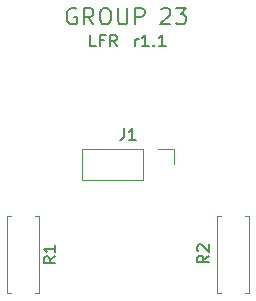
<source format=gbr>
%TF.GenerationSoftware,KiCad,Pcbnew,(7.0.0)*%
%TF.CreationDate,2023-09-26T09:32:08+13:00*%
%TF.ProjectId,SENSOR BOARD,53454e53-4f52-4204-924f-4152442e6b69,rev?*%
%TF.SameCoordinates,Original*%
%TF.FileFunction,Legend,Top*%
%TF.FilePolarity,Positive*%
%FSLAX46Y46*%
G04 Gerber Fmt 4.6, Leading zero omitted, Abs format (unit mm)*
G04 Created by KiCad (PCBNEW (7.0.0)) date 2023-09-26 09:32:08*
%MOMM*%
%LPD*%
G01*
G04 APERTURE LIST*
%ADD10C,0.160000*%
%ADD11C,0.150000*%
%ADD12C,0.120000*%
G04 APERTURE END LIST*
D10*
X151622095Y-73452380D02*
X151622095Y-72785714D01*
X151622095Y-72976190D02*
X151669714Y-72880952D01*
X151669714Y-72880952D02*
X151717333Y-72833333D01*
X151717333Y-72833333D02*
X151812571Y-72785714D01*
X151812571Y-72785714D02*
X151907809Y-72785714D01*
X152764952Y-73452380D02*
X152193524Y-73452380D01*
X152479238Y-73452380D02*
X152479238Y-72452380D01*
X152479238Y-72452380D02*
X152384000Y-72595238D01*
X152384000Y-72595238D02*
X152288762Y-72690476D01*
X152288762Y-72690476D02*
X152193524Y-72738095D01*
X153193524Y-73357142D02*
X153241143Y-73404761D01*
X153241143Y-73404761D02*
X153193524Y-73452380D01*
X153193524Y-73452380D02*
X153145905Y-73404761D01*
X153145905Y-73404761D02*
X153193524Y-73357142D01*
X153193524Y-73357142D02*
X153193524Y-73452380D01*
X154193523Y-73452380D02*
X153622095Y-73452380D01*
X153907809Y-73452380D02*
X153907809Y-72452380D01*
X153907809Y-72452380D02*
X153812571Y-72595238D01*
X153812571Y-72595238D02*
X153717333Y-72690476D01*
X153717333Y-72690476D02*
X153622095Y-72738095D01*
X148288285Y-73452380D02*
X147812095Y-73452380D01*
X147812095Y-73452380D02*
X147812095Y-72452380D01*
X148954952Y-72928571D02*
X148621619Y-72928571D01*
X148621619Y-73452380D02*
X148621619Y-72452380D01*
X148621619Y-72452380D02*
X149097809Y-72452380D01*
X150050190Y-73452380D02*
X149716857Y-72976190D01*
X149478762Y-73452380D02*
X149478762Y-72452380D01*
X149478762Y-72452380D02*
X149859714Y-72452380D01*
X149859714Y-72452380D02*
X149954952Y-72500000D01*
X149954952Y-72500000D02*
X150002571Y-72547619D01*
X150002571Y-72547619D02*
X150050190Y-72642857D01*
X150050190Y-72642857D02*
X150050190Y-72785714D01*
X150050190Y-72785714D02*
X150002571Y-72880952D01*
X150002571Y-72880952D02*
X149954952Y-72928571D01*
X149954952Y-72928571D02*
X149859714Y-72976190D01*
X149859714Y-72976190D02*
X149478762Y-72976190D01*
X146608666Y-70254000D02*
X146475333Y-70187333D01*
X146475333Y-70187333D02*
X146275333Y-70187333D01*
X146275333Y-70187333D02*
X146075333Y-70254000D01*
X146075333Y-70254000D02*
X145942000Y-70387333D01*
X145942000Y-70387333D02*
X145875333Y-70520666D01*
X145875333Y-70520666D02*
X145808666Y-70787333D01*
X145808666Y-70787333D02*
X145808666Y-70987333D01*
X145808666Y-70987333D02*
X145875333Y-71254000D01*
X145875333Y-71254000D02*
X145942000Y-71387333D01*
X145942000Y-71387333D02*
X146075333Y-71520666D01*
X146075333Y-71520666D02*
X146275333Y-71587333D01*
X146275333Y-71587333D02*
X146408666Y-71587333D01*
X146408666Y-71587333D02*
X146608666Y-71520666D01*
X146608666Y-71520666D02*
X146675333Y-71454000D01*
X146675333Y-71454000D02*
X146675333Y-70987333D01*
X146675333Y-70987333D02*
X146408666Y-70987333D01*
X148075333Y-71587333D02*
X147608666Y-70920666D01*
X147275333Y-71587333D02*
X147275333Y-70187333D01*
X147275333Y-70187333D02*
X147808666Y-70187333D01*
X147808666Y-70187333D02*
X147942000Y-70254000D01*
X147942000Y-70254000D02*
X148008666Y-70320666D01*
X148008666Y-70320666D02*
X148075333Y-70454000D01*
X148075333Y-70454000D02*
X148075333Y-70654000D01*
X148075333Y-70654000D02*
X148008666Y-70787333D01*
X148008666Y-70787333D02*
X147942000Y-70854000D01*
X147942000Y-70854000D02*
X147808666Y-70920666D01*
X147808666Y-70920666D02*
X147275333Y-70920666D01*
X148942000Y-70187333D02*
X149208666Y-70187333D01*
X149208666Y-70187333D02*
X149342000Y-70254000D01*
X149342000Y-70254000D02*
X149475333Y-70387333D01*
X149475333Y-70387333D02*
X149542000Y-70654000D01*
X149542000Y-70654000D02*
X149542000Y-71120666D01*
X149542000Y-71120666D02*
X149475333Y-71387333D01*
X149475333Y-71387333D02*
X149342000Y-71520666D01*
X149342000Y-71520666D02*
X149208666Y-71587333D01*
X149208666Y-71587333D02*
X148942000Y-71587333D01*
X148942000Y-71587333D02*
X148808666Y-71520666D01*
X148808666Y-71520666D02*
X148675333Y-71387333D01*
X148675333Y-71387333D02*
X148608666Y-71120666D01*
X148608666Y-71120666D02*
X148608666Y-70654000D01*
X148608666Y-70654000D02*
X148675333Y-70387333D01*
X148675333Y-70387333D02*
X148808666Y-70254000D01*
X148808666Y-70254000D02*
X148942000Y-70187333D01*
X150142000Y-70187333D02*
X150142000Y-71320666D01*
X150142000Y-71320666D02*
X150208667Y-71454000D01*
X150208667Y-71454000D02*
X150275333Y-71520666D01*
X150275333Y-71520666D02*
X150408667Y-71587333D01*
X150408667Y-71587333D02*
X150675333Y-71587333D01*
X150675333Y-71587333D02*
X150808667Y-71520666D01*
X150808667Y-71520666D02*
X150875333Y-71454000D01*
X150875333Y-71454000D02*
X150942000Y-71320666D01*
X150942000Y-71320666D02*
X150942000Y-70187333D01*
X151608667Y-71587333D02*
X151608667Y-70187333D01*
X151608667Y-70187333D02*
X152142000Y-70187333D01*
X152142000Y-70187333D02*
X152275334Y-70254000D01*
X152275334Y-70254000D02*
X152342000Y-70320666D01*
X152342000Y-70320666D02*
X152408667Y-70454000D01*
X152408667Y-70454000D02*
X152408667Y-70654000D01*
X152408667Y-70654000D02*
X152342000Y-70787333D01*
X152342000Y-70787333D02*
X152275334Y-70854000D01*
X152275334Y-70854000D02*
X152142000Y-70920666D01*
X152142000Y-70920666D02*
X151608667Y-70920666D01*
X153782000Y-70320666D02*
X153848667Y-70254000D01*
X153848667Y-70254000D02*
X153982000Y-70187333D01*
X153982000Y-70187333D02*
X154315334Y-70187333D01*
X154315334Y-70187333D02*
X154448667Y-70254000D01*
X154448667Y-70254000D02*
X154515334Y-70320666D01*
X154515334Y-70320666D02*
X154582000Y-70454000D01*
X154582000Y-70454000D02*
X154582000Y-70587333D01*
X154582000Y-70587333D02*
X154515334Y-70787333D01*
X154515334Y-70787333D02*
X153715334Y-71587333D01*
X153715334Y-71587333D02*
X154582000Y-71587333D01*
X155048667Y-70187333D02*
X155915333Y-70187333D01*
X155915333Y-70187333D02*
X155448667Y-70720666D01*
X155448667Y-70720666D02*
X155648667Y-70720666D01*
X155648667Y-70720666D02*
X155782000Y-70787333D01*
X155782000Y-70787333D02*
X155848667Y-70854000D01*
X155848667Y-70854000D02*
X155915333Y-70987333D01*
X155915333Y-70987333D02*
X155915333Y-71320666D01*
X155915333Y-71320666D02*
X155848667Y-71454000D01*
X155848667Y-71454000D02*
X155782000Y-71520666D01*
X155782000Y-71520666D02*
X155648667Y-71587333D01*
X155648667Y-71587333D02*
X155248667Y-71587333D01*
X155248667Y-71587333D02*
X155115333Y-71520666D01*
X155115333Y-71520666D02*
X155048667Y-71454000D01*
D11*
%TO.C,J1*%
X150666666Y-80367380D02*
X150666666Y-81081666D01*
X150666666Y-81081666D02*
X150619047Y-81224523D01*
X150619047Y-81224523D02*
X150523809Y-81319761D01*
X150523809Y-81319761D02*
X150380952Y-81367380D01*
X150380952Y-81367380D02*
X150285714Y-81367380D01*
X151666666Y-81367380D02*
X151095238Y-81367380D01*
X151380952Y-81367380D02*
X151380952Y-80367380D01*
X151380952Y-80367380D02*
X151285714Y-80510238D01*
X151285714Y-80510238D02*
X151190476Y-80605476D01*
X151190476Y-80605476D02*
X151095238Y-80653095D01*
%TO.C,R2*%
X157847380Y-91166666D02*
X157371190Y-91499999D01*
X157847380Y-91738094D02*
X156847380Y-91738094D01*
X156847380Y-91738094D02*
X156847380Y-91357142D01*
X156847380Y-91357142D02*
X156895000Y-91261904D01*
X156895000Y-91261904D02*
X156942619Y-91214285D01*
X156942619Y-91214285D02*
X157037857Y-91166666D01*
X157037857Y-91166666D02*
X157180714Y-91166666D01*
X157180714Y-91166666D02*
X157275952Y-91214285D01*
X157275952Y-91214285D02*
X157323571Y-91261904D01*
X157323571Y-91261904D02*
X157371190Y-91357142D01*
X157371190Y-91357142D02*
X157371190Y-91738094D01*
X156942619Y-90785713D02*
X156895000Y-90738094D01*
X156895000Y-90738094D02*
X156847380Y-90642856D01*
X156847380Y-90642856D02*
X156847380Y-90404761D01*
X156847380Y-90404761D02*
X156895000Y-90309523D01*
X156895000Y-90309523D02*
X156942619Y-90261904D01*
X156942619Y-90261904D02*
X157037857Y-90214285D01*
X157037857Y-90214285D02*
X157133095Y-90214285D01*
X157133095Y-90214285D02*
X157275952Y-90261904D01*
X157275952Y-90261904D02*
X157847380Y-90833332D01*
X157847380Y-90833332D02*
X157847380Y-90214285D01*
%TO.C,R1*%
X144847380Y-91231666D02*
X144371190Y-91564999D01*
X144847380Y-91803094D02*
X143847380Y-91803094D01*
X143847380Y-91803094D02*
X143847380Y-91422142D01*
X143847380Y-91422142D02*
X143895000Y-91326904D01*
X143895000Y-91326904D02*
X143942619Y-91279285D01*
X143942619Y-91279285D02*
X144037857Y-91231666D01*
X144037857Y-91231666D02*
X144180714Y-91231666D01*
X144180714Y-91231666D02*
X144275952Y-91279285D01*
X144275952Y-91279285D02*
X144323571Y-91326904D01*
X144323571Y-91326904D02*
X144371190Y-91422142D01*
X144371190Y-91422142D02*
X144371190Y-91803094D01*
X144847380Y-90279285D02*
X144847380Y-90850713D01*
X144847380Y-90564999D02*
X143847380Y-90564999D01*
X143847380Y-90564999D02*
X143990238Y-90660237D01*
X143990238Y-90660237D02*
X144085476Y-90755475D01*
X144085476Y-90755475D02*
X144133095Y-90850713D01*
D12*
%TO.C,J1*%
X154855000Y-82115000D02*
X154855000Y-83445000D01*
X153525000Y-82115000D02*
X154855000Y-82115000D01*
X152255000Y-82115000D02*
X147115000Y-82115000D01*
X152255000Y-82115000D02*
X152255000Y-84775000D01*
X147115000Y-82115000D02*
X147115000Y-84775000D01*
X152255000Y-84775000D02*
X147115000Y-84775000D01*
%TO.C,R2*%
X161260000Y-87795000D02*
X161260000Y-94335000D01*
X160930000Y-87795000D02*
X161260000Y-87795000D01*
X158850000Y-87795000D02*
X158520000Y-87795000D01*
X158520000Y-87795000D02*
X158520000Y-94335000D01*
X161260000Y-94335000D02*
X160930000Y-94335000D01*
X158520000Y-94335000D02*
X158850000Y-94335000D01*
%TO.C,R1*%
X143480000Y-87795000D02*
X143480000Y-94335000D01*
X143150000Y-87795000D02*
X143480000Y-87795000D01*
X141070000Y-87795000D02*
X140740000Y-87795000D01*
X140740000Y-87795000D02*
X140740000Y-94335000D01*
X143480000Y-94335000D02*
X143150000Y-94335000D01*
X140740000Y-94335000D02*
X141070000Y-94335000D01*
%TD*%
M02*

</source>
